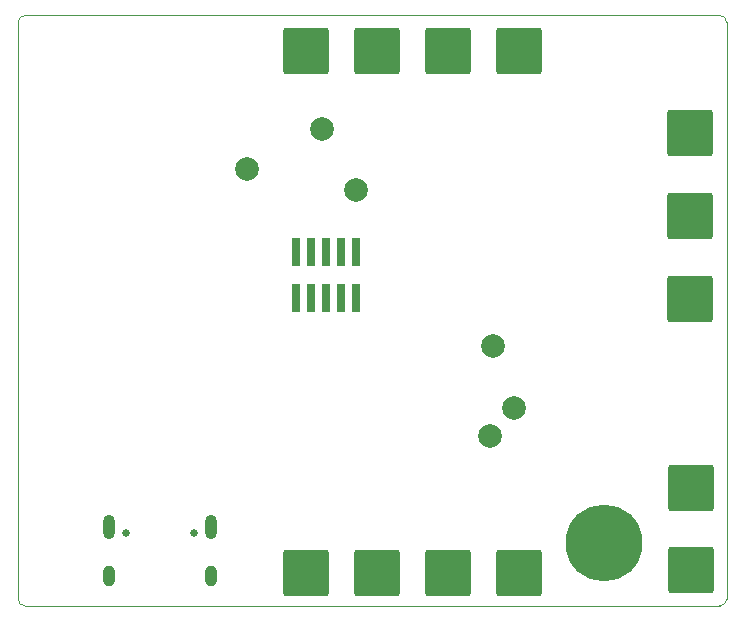
<source format=gbr>
%TF.GenerationSoftware,KiCad,Pcbnew,8.0.3*%
%TF.CreationDate,2024-11-14T20:38:21+13:00*%
%TF.ProjectId,combat-r1,636f6d62-6174-42d7-9231-2e6b69636164,rev?*%
%TF.SameCoordinates,Original*%
%TF.FileFunction,Soldermask,Bot*%
%TF.FilePolarity,Negative*%
%FSLAX46Y46*%
G04 Gerber Fmt 4.6, Leading zero omitted, Abs format (unit mm)*
G04 Created by KiCad (PCBNEW 8.0.3) date 2024-11-14 20:38:22*
%MOMM*%
%LPD*%
G01*
G04 APERTURE LIST*
G04 Aperture macros list*
%AMRoundRect*
0 Rectangle with rounded corners*
0 $1 Rounding radius*
0 $2 $3 $4 $5 $6 $7 $8 $9 X,Y pos of 4 corners*
0 Add a 4 corners polygon primitive as box body*
4,1,4,$2,$3,$4,$5,$6,$7,$8,$9,$2,$3,0*
0 Add four circle primitives for the rounded corners*
1,1,$1+$1,$2,$3*
1,1,$1+$1,$4,$5*
1,1,$1+$1,$6,$7*
1,1,$1+$1,$8,$9*
0 Add four rect primitives between the rounded corners*
20,1,$1+$1,$2,$3,$4,$5,0*
20,1,$1+$1,$4,$5,$6,$7,0*
20,1,$1+$1,$6,$7,$8,$9,0*
20,1,$1+$1,$8,$9,$2,$3,0*%
G04 Aperture macros list end*
%ADD10RoundRect,0.250002X-1.699998X-1.699998X1.699998X-1.699998X1.699998X1.699998X-1.699998X1.699998X0*%
%ADD11C,0.650000*%
%ADD12O,1.000000X2.100000*%
%ADD13O,1.000000X1.800000*%
%ADD14C,4.200000*%
%ADD15C,6.500000*%
%ADD16RoundRect,0.250002X1.699998X1.699998X-1.699998X1.699998X-1.699998X-1.699998X1.699998X-1.699998X0*%
%ADD17C,2.000000*%
%ADD18R,0.740000X2.400000*%
%TA.AperFunction,Profile*%
%ADD19C,0.050000*%
%TD*%
G04 APERTURE END LIST*
D10*
%TO.C,J11*%
X144400000Y-78000000D03*
%TD*%
D11*
%TO.C,J4*%
X129110000Y-118795000D03*
X134890000Y-118795000D03*
D12*
X127680000Y-118295000D03*
D13*
X127680000Y-122475000D03*
D12*
X136320000Y-118295000D03*
D13*
X136320000Y-122475000D03*
%TD*%
D14*
%TO.C,SW3*%
X169600000Y-119700000D03*
D15*
X169600000Y-119700000D03*
%TD*%
D10*
%TO.C,J6*%
X177000000Y-115000000D03*
%TD*%
D16*
%TO.C,J15*%
X162400000Y-122200000D03*
%TD*%
%TO.C,J16*%
X144400000Y-122200000D03*
%TD*%
%TO.C,J17*%
X150400000Y-122200000D03*
%TD*%
D10*
%TO.C,J9*%
X176900000Y-99000000D03*
%TD*%
%TO.C,J13*%
X156400000Y-78000000D03*
%TD*%
%TO.C,J7*%
X176900000Y-85000000D03*
%TD*%
%TO.C,J8*%
X176900000Y-92000000D03*
%TD*%
D16*
%TO.C,J14*%
X156400000Y-122200000D03*
%TD*%
D10*
%TO.C,J10*%
X150400000Y-78000000D03*
%TD*%
%TO.C,J5*%
X177000000Y-122000000D03*
%TD*%
%TO.C,J12*%
X162400000Y-78000000D03*
%TD*%
D17*
%TO.C,TP3*%
X159950000Y-110600000D03*
%TD*%
%TO.C,TP5*%
X160200000Y-103000000D03*
%TD*%
%TO.C,TP4*%
X162000000Y-108250000D03*
%TD*%
D18*
%TO.C,J3*%
X143560000Y-95050000D03*
X143560000Y-98950000D03*
X144830000Y-95050000D03*
X144830000Y-98950000D03*
X146100000Y-95050000D03*
X146100000Y-98950000D03*
X147370000Y-95050000D03*
X147370000Y-98950000D03*
X148640000Y-95050000D03*
X148640000Y-98950000D03*
%TD*%
D17*
%TO.C,TP2*%
X145700000Y-84600000D03*
%TD*%
%TO.C,TP6*%
X139400000Y-88000000D03*
%TD*%
%TO.C,TP1*%
X148600000Y-89800000D03*
%TD*%
D19*
X180000000Y-124400000D02*
G75*
G02*
X179400000Y-125000000I-600000J0D01*
G01*
X120000000Y-75600000D02*
X120000000Y-124400000D01*
X179400000Y-75000000D02*
X120600000Y-75000000D01*
X180000000Y-124400000D02*
X180000000Y-75600000D01*
X120000000Y-75600000D02*
G75*
G02*
X120600000Y-75000000I600000J0D01*
G01*
X120600000Y-125000000D02*
G75*
G02*
X120000000Y-124400000I0J600000D01*
G01*
X179400000Y-75000000D02*
G75*
G02*
X180000000Y-75600000I0J-600000D01*
G01*
X120600000Y-125000000D02*
X179400000Y-125000000D01*
M02*

</source>
